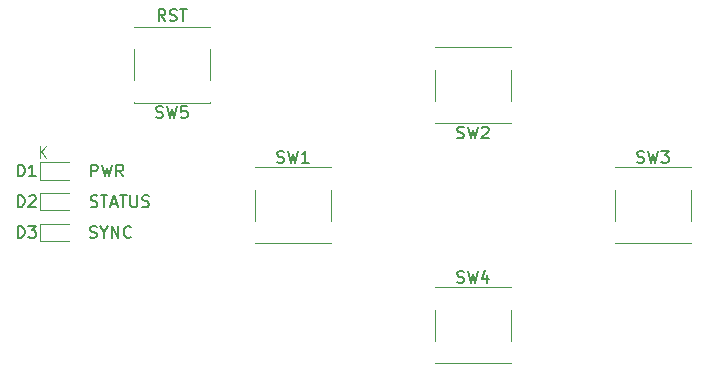
<source format=gbr>
%TF.GenerationSoftware,KiCad,Pcbnew,8.0.4*%
%TF.CreationDate,2024-08-11T19:45:59+02:00*%
%TF.ProjectId,esp32vga-keypad,65737033-3276-4676-912d-6b6579706164,rev?*%
%TF.SameCoordinates,Original*%
%TF.FileFunction,Legend,Top*%
%TF.FilePolarity,Positive*%
%FSLAX46Y46*%
G04 Gerber Fmt 4.6, Leading zero omitted, Abs format (unit mm)*
G04 Created by KiCad (PCBNEW 8.0.4) date 2024-08-11 19:45:59*
%MOMM*%
%LPD*%
G01*
G04 APERTURE LIST*
%ADD10C,0.100000*%
%ADD11C,0.150000*%
%ADD12C,0.120000*%
G04 APERTURE END LIST*
D10*
X132803884Y-104972419D02*
X132803884Y-103972419D01*
X133375312Y-104972419D02*
X132946741Y-104400990D01*
X133375312Y-103972419D02*
X132803884Y-104543847D01*
D11*
X142666667Y-101557200D02*
X142809524Y-101604819D01*
X142809524Y-101604819D02*
X143047619Y-101604819D01*
X143047619Y-101604819D02*
X143142857Y-101557200D01*
X143142857Y-101557200D02*
X143190476Y-101509580D01*
X143190476Y-101509580D02*
X143238095Y-101414342D01*
X143238095Y-101414342D02*
X143238095Y-101319104D01*
X143238095Y-101319104D02*
X143190476Y-101223866D01*
X143190476Y-101223866D02*
X143142857Y-101176247D01*
X143142857Y-101176247D02*
X143047619Y-101128628D01*
X143047619Y-101128628D02*
X142857143Y-101081009D01*
X142857143Y-101081009D02*
X142761905Y-101033390D01*
X142761905Y-101033390D02*
X142714286Y-100985771D01*
X142714286Y-100985771D02*
X142666667Y-100890533D01*
X142666667Y-100890533D02*
X142666667Y-100795295D01*
X142666667Y-100795295D02*
X142714286Y-100700057D01*
X142714286Y-100700057D02*
X142761905Y-100652438D01*
X142761905Y-100652438D02*
X142857143Y-100604819D01*
X142857143Y-100604819D02*
X143095238Y-100604819D01*
X143095238Y-100604819D02*
X143238095Y-100652438D01*
X143571429Y-100604819D02*
X143809524Y-101604819D01*
X143809524Y-101604819D02*
X144000000Y-100890533D01*
X144000000Y-100890533D02*
X144190476Y-101604819D01*
X144190476Y-101604819D02*
X144428572Y-100604819D01*
X145285714Y-100604819D02*
X144809524Y-100604819D01*
X144809524Y-100604819D02*
X144761905Y-101081009D01*
X144761905Y-101081009D02*
X144809524Y-101033390D01*
X144809524Y-101033390D02*
X144904762Y-100985771D01*
X144904762Y-100985771D02*
X145142857Y-100985771D01*
X145142857Y-100985771D02*
X145238095Y-101033390D01*
X145238095Y-101033390D02*
X145285714Y-101081009D01*
X145285714Y-101081009D02*
X145333333Y-101176247D01*
X145333333Y-101176247D02*
X145333333Y-101414342D01*
X145333333Y-101414342D02*
X145285714Y-101509580D01*
X145285714Y-101509580D02*
X145238095Y-101557200D01*
X145238095Y-101557200D02*
X145142857Y-101604819D01*
X145142857Y-101604819D02*
X144904762Y-101604819D01*
X144904762Y-101604819D02*
X144809524Y-101557200D01*
X144809524Y-101557200D02*
X144761905Y-101509580D01*
X143452380Y-93404819D02*
X143119047Y-92928628D01*
X142880952Y-93404819D02*
X142880952Y-92404819D01*
X142880952Y-92404819D02*
X143261904Y-92404819D01*
X143261904Y-92404819D02*
X143357142Y-92452438D01*
X143357142Y-92452438D02*
X143404761Y-92500057D01*
X143404761Y-92500057D02*
X143452380Y-92595295D01*
X143452380Y-92595295D02*
X143452380Y-92738152D01*
X143452380Y-92738152D02*
X143404761Y-92833390D01*
X143404761Y-92833390D02*
X143357142Y-92881009D01*
X143357142Y-92881009D02*
X143261904Y-92928628D01*
X143261904Y-92928628D02*
X142880952Y-92928628D01*
X143833333Y-93357200D02*
X143976190Y-93404819D01*
X143976190Y-93404819D02*
X144214285Y-93404819D01*
X144214285Y-93404819D02*
X144309523Y-93357200D01*
X144309523Y-93357200D02*
X144357142Y-93309580D01*
X144357142Y-93309580D02*
X144404761Y-93214342D01*
X144404761Y-93214342D02*
X144404761Y-93119104D01*
X144404761Y-93119104D02*
X144357142Y-93023866D01*
X144357142Y-93023866D02*
X144309523Y-92976247D01*
X144309523Y-92976247D02*
X144214285Y-92928628D01*
X144214285Y-92928628D02*
X144023809Y-92881009D01*
X144023809Y-92881009D02*
X143928571Y-92833390D01*
X143928571Y-92833390D02*
X143880952Y-92785771D01*
X143880952Y-92785771D02*
X143833333Y-92690533D01*
X143833333Y-92690533D02*
X143833333Y-92595295D01*
X143833333Y-92595295D02*
X143880952Y-92500057D01*
X143880952Y-92500057D02*
X143928571Y-92452438D01*
X143928571Y-92452438D02*
X144023809Y-92404819D01*
X144023809Y-92404819D02*
X144261904Y-92404819D01*
X144261904Y-92404819D02*
X144404761Y-92452438D01*
X144690476Y-92404819D02*
X145261904Y-92404819D01*
X144976190Y-93404819D02*
X144976190Y-92404819D01*
X130961905Y-111754819D02*
X130961905Y-110754819D01*
X130961905Y-110754819D02*
X131200000Y-110754819D01*
X131200000Y-110754819D02*
X131342857Y-110802438D01*
X131342857Y-110802438D02*
X131438095Y-110897676D01*
X131438095Y-110897676D02*
X131485714Y-110992914D01*
X131485714Y-110992914D02*
X131533333Y-111183390D01*
X131533333Y-111183390D02*
X131533333Y-111326247D01*
X131533333Y-111326247D02*
X131485714Y-111516723D01*
X131485714Y-111516723D02*
X131438095Y-111611961D01*
X131438095Y-111611961D02*
X131342857Y-111707200D01*
X131342857Y-111707200D02*
X131200000Y-111754819D01*
X131200000Y-111754819D02*
X130961905Y-111754819D01*
X131866667Y-110754819D02*
X132485714Y-110754819D01*
X132485714Y-110754819D02*
X132152381Y-111135771D01*
X132152381Y-111135771D02*
X132295238Y-111135771D01*
X132295238Y-111135771D02*
X132390476Y-111183390D01*
X132390476Y-111183390D02*
X132438095Y-111231009D01*
X132438095Y-111231009D02*
X132485714Y-111326247D01*
X132485714Y-111326247D02*
X132485714Y-111564342D01*
X132485714Y-111564342D02*
X132438095Y-111659580D01*
X132438095Y-111659580D02*
X132390476Y-111707200D01*
X132390476Y-111707200D02*
X132295238Y-111754819D01*
X132295238Y-111754819D02*
X132009524Y-111754819D01*
X132009524Y-111754819D02*
X131914286Y-111707200D01*
X131914286Y-111707200D02*
X131866667Y-111659580D01*
X137061905Y-111707200D02*
X137204762Y-111754819D01*
X137204762Y-111754819D02*
X137442857Y-111754819D01*
X137442857Y-111754819D02*
X137538095Y-111707200D01*
X137538095Y-111707200D02*
X137585714Y-111659580D01*
X137585714Y-111659580D02*
X137633333Y-111564342D01*
X137633333Y-111564342D02*
X137633333Y-111469104D01*
X137633333Y-111469104D02*
X137585714Y-111373866D01*
X137585714Y-111373866D02*
X137538095Y-111326247D01*
X137538095Y-111326247D02*
X137442857Y-111278628D01*
X137442857Y-111278628D02*
X137252381Y-111231009D01*
X137252381Y-111231009D02*
X137157143Y-111183390D01*
X137157143Y-111183390D02*
X137109524Y-111135771D01*
X137109524Y-111135771D02*
X137061905Y-111040533D01*
X137061905Y-111040533D02*
X137061905Y-110945295D01*
X137061905Y-110945295D02*
X137109524Y-110850057D01*
X137109524Y-110850057D02*
X137157143Y-110802438D01*
X137157143Y-110802438D02*
X137252381Y-110754819D01*
X137252381Y-110754819D02*
X137490476Y-110754819D01*
X137490476Y-110754819D02*
X137633333Y-110802438D01*
X138252381Y-111278628D02*
X138252381Y-111754819D01*
X137919048Y-110754819D02*
X138252381Y-111278628D01*
X138252381Y-111278628D02*
X138585714Y-110754819D01*
X138919048Y-111754819D02*
X138919048Y-110754819D01*
X138919048Y-110754819D02*
X139490476Y-111754819D01*
X139490476Y-111754819D02*
X139490476Y-110754819D01*
X140538095Y-111659580D02*
X140490476Y-111707200D01*
X140490476Y-111707200D02*
X140347619Y-111754819D01*
X140347619Y-111754819D02*
X140252381Y-111754819D01*
X140252381Y-111754819D02*
X140109524Y-111707200D01*
X140109524Y-111707200D02*
X140014286Y-111611961D01*
X140014286Y-111611961D02*
X139966667Y-111516723D01*
X139966667Y-111516723D02*
X139919048Y-111326247D01*
X139919048Y-111326247D02*
X139919048Y-111183390D01*
X139919048Y-111183390D02*
X139966667Y-110992914D01*
X139966667Y-110992914D02*
X140014286Y-110897676D01*
X140014286Y-110897676D02*
X140109524Y-110802438D01*
X140109524Y-110802438D02*
X140252381Y-110754819D01*
X140252381Y-110754819D02*
X140347619Y-110754819D01*
X140347619Y-110754819D02*
X140490476Y-110802438D01*
X140490476Y-110802438D02*
X140538095Y-110850057D01*
X130961905Y-109154819D02*
X130961905Y-108154819D01*
X130961905Y-108154819D02*
X131200000Y-108154819D01*
X131200000Y-108154819D02*
X131342857Y-108202438D01*
X131342857Y-108202438D02*
X131438095Y-108297676D01*
X131438095Y-108297676D02*
X131485714Y-108392914D01*
X131485714Y-108392914D02*
X131533333Y-108583390D01*
X131533333Y-108583390D02*
X131533333Y-108726247D01*
X131533333Y-108726247D02*
X131485714Y-108916723D01*
X131485714Y-108916723D02*
X131438095Y-109011961D01*
X131438095Y-109011961D02*
X131342857Y-109107200D01*
X131342857Y-109107200D02*
X131200000Y-109154819D01*
X131200000Y-109154819D02*
X130961905Y-109154819D01*
X131914286Y-108250057D02*
X131961905Y-108202438D01*
X131961905Y-108202438D02*
X132057143Y-108154819D01*
X132057143Y-108154819D02*
X132295238Y-108154819D01*
X132295238Y-108154819D02*
X132390476Y-108202438D01*
X132390476Y-108202438D02*
X132438095Y-108250057D01*
X132438095Y-108250057D02*
X132485714Y-108345295D01*
X132485714Y-108345295D02*
X132485714Y-108440533D01*
X132485714Y-108440533D02*
X132438095Y-108583390D01*
X132438095Y-108583390D02*
X131866667Y-109154819D01*
X131866667Y-109154819D02*
X132485714Y-109154819D01*
X137123809Y-109107200D02*
X137266666Y-109154819D01*
X137266666Y-109154819D02*
X137504761Y-109154819D01*
X137504761Y-109154819D02*
X137599999Y-109107200D01*
X137599999Y-109107200D02*
X137647618Y-109059580D01*
X137647618Y-109059580D02*
X137695237Y-108964342D01*
X137695237Y-108964342D02*
X137695237Y-108869104D01*
X137695237Y-108869104D02*
X137647618Y-108773866D01*
X137647618Y-108773866D02*
X137599999Y-108726247D01*
X137599999Y-108726247D02*
X137504761Y-108678628D01*
X137504761Y-108678628D02*
X137314285Y-108631009D01*
X137314285Y-108631009D02*
X137219047Y-108583390D01*
X137219047Y-108583390D02*
X137171428Y-108535771D01*
X137171428Y-108535771D02*
X137123809Y-108440533D01*
X137123809Y-108440533D02*
X137123809Y-108345295D01*
X137123809Y-108345295D02*
X137171428Y-108250057D01*
X137171428Y-108250057D02*
X137219047Y-108202438D01*
X137219047Y-108202438D02*
X137314285Y-108154819D01*
X137314285Y-108154819D02*
X137552380Y-108154819D01*
X137552380Y-108154819D02*
X137695237Y-108202438D01*
X137980952Y-108154819D02*
X138552380Y-108154819D01*
X138266666Y-109154819D02*
X138266666Y-108154819D01*
X138838095Y-108869104D02*
X139314285Y-108869104D01*
X138742857Y-109154819D02*
X139076190Y-108154819D01*
X139076190Y-108154819D02*
X139409523Y-109154819D01*
X139600000Y-108154819D02*
X140171428Y-108154819D01*
X139885714Y-109154819D02*
X139885714Y-108154819D01*
X140504762Y-108154819D02*
X140504762Y-108964342D01*
X140504762Y-108964342D02*
X140552381Y-109059580D01*
X140552381Y-109059580D02*
X140600000Y-109107200D01*
X140600000Y-109107200D02*
X140695238Y-109154819D01*
X140695238Y-109154819D02*
X140885714Y-109154819D01*
X140885714Y-109154819D02*
X140980952Y-109107200D01*
X140980952Y-109107200D02*
X141028571Y-109059580D01*
X141028571Y-109059580D02*
X141076190Y-108964342D01*
X141076190Y-108964342D02*
X141076190Y-108154819D01*
X141504762Y-109107200D02*
X141647619Y-109154819D01*
X141647619Y-109154819D02*
X141885714Y-109154819D01*
X141885714Y-109154819D02*
X141980952Y-109107200D01*
X141980952Y-109107200D02*
X142028571Y-109059580D01*
X142028571Y-109059580D02*
X142076190Y-108964342D01*
X142076190Y-108964342D02*
X142076190Y-108869104D01*
X142076190Y-108869104D02*
X142028571Y-108773866D01*
X142028571Y-108773866D02*
X141980952Y-108726247D01*
X141980952Y-108726247D02*
X141885714Y-108678628D01*
X141885714Y-108678628D02*
X141695238Y-108631009D01*
X141695238Y-108631009D02*
X141600000Y-108583390D01*
X141600000Y-108583390D02*
X141552381Y-108535771D01*
X141552381Y-108535771D02*
X141504762Y-108440533D01*
X141504762Y-108440533D02*
X141504762Y-108345295D01*
X141504762Y-108345295D02*
X141552381Y-108250057D01*
X141552381Y-108250057D02*
X141600000Y-108202438D01*
X141600000Y-108202438D02*
X141695238Y-108154819D01*
X141695238Y-108154819D02*
X141933333Y-108154819D01*
X141933333Y-108154819D02*
X142076190Y-108202438D01*
X130961905Y-106554819D02*
X130961905Y-105554819D01*
X130961905Y-105554819D02*
X131200000Y-105554819D01*
X131200000Y-105554819D02*
X131342857Y-105602438D01*
X131342857Y-105602438D02*
X131438095Y-105697676D01*
X131438095Y-105697676D02*
X131485714Y-105792914D01*
X131485714Y-105792914D02*
X131533333Y-105983390D01*
X131533333Y-105983390D02*
X131533333Y-106126247D01*
X131533333Y-106126247D02*
X131485714Y-106316723D01*
X131485714Y-106316723D02*
X131438095Y-106411961D01*
X131438095Y-106411961D02*
X131342857Y-106507200D01*
X131342857Y-106507200D02*
X131200000Y-106554819D01*
X131200000Y-106554819D02*
X130961905Y-106554819D01*
X132485714Y-106554819D02*
X131914286Y-106554819D01*
X132200000Y-106554819D02*
X132200000Y-105554819D01*
X132200000Y-105554819D02*
X132104762Y-105697676D01*
X132104762Y-105697676D02*
X132009524Y-105792914D01*
X132009524Y-105792914D02*
X131914286Y-105840533D01*
X137166667Y-106554819D02*
X137166667Y-105554819D01*
X137166667Y-105554819D02*
X137547619Y-105554819D01*
X137547619Y-105554819D02*
X137642857Y-105602438D01*
X137642857Y-105602438D02*
X137690476Y-105650057D01*
X137690476Y-105650057D02*
X137738095Y-105745295D01*
X137738095Y-105745295D02*
X137738095Y-105888152D01*
X137738095Y-105888152D02*
X137690476Y-105983390D01*
X137690476Y-105983390D02*
X137642857Y-106031009D01*
X137642857Y-106031009D02*
X137547619Y-106078628D01*
X137547619Y-106078628D02*
X137166667Y-106078628D01*
X138071429Y-105554819D02*
X138309524Y-106554819D01*
X138309524Y-106554819D02*
X138500000Y-105840533D01*
X138500000Y-105840533D02*
X138690476Y-106554819D01*
X138690476Y-106554819D02*
X138928572Y-105554819D01*
X139880952Y-106554819D02*
X139547619Y-106078628D01*
X139309524Y-106554819D02*
X139309524Y-105554819D01*
X139309524Y-105554819D02*
X139690476Y-105554819D01*
X139690476Y-105554819D02*
X139785714Y-105602438D01*
X139785714Y-105602438D02*
X139833333Y-105650057D01*
X139833333Y-105650057D02*
X139880952Y-105745295D01*
X139880952Y-105745295D02*
X139880952Y-105888152D01*
X139880952Y-105888152D02*
X139833333Y-105983390D01*
X139833333Y-105983390D02*
X139785714Y-106031009D01*
X139785714Y-106031009D02*
X139690476Y-106078628D01*
X139690476Y-106078628D02*
X139309524Y-106078628D01*
X168156667Y-103297200D02*
X168299524Y-103344819D01*
X168299524Y-103344819D02*
X168537619Y-103344819D01*
X168537619Y-103344819D02*
X168632857Y-103297200D01*
X168632857Y-103297200D02*
X168680476Y-103249580D01*
X168680476Y-103249580D02*
X168728095Y-103154342D01*
X168728095Y-103154342D02*
X168728095Y-103059104D01*
X168728095Y-103059104D02*
X168680476Y-102963866D01*
X168680476Y-102963866D02*
X168632857Y-102916247D01*
X168632857Y-102916247D02*
X168537619Y-102868628D01*
X168537619Y-102868628D02*
X168347143Y-102821009D01*
X168347143Y-102821009D02*
X168251905Y-102773390D01*
X168251905Y-102773390D02*
X168204286Y-102725771D01*
X168204286Y-102725771D02*
X168156667Y-102630533D01*
X168156667Y-102630533D02*
X168156667Y-102535295D01*
X168156667Y-102535295D02*
X168204286Y-102440057D01*
X168204286Y-102440057D02*
X168251905Y-102392438D01*
X168251905Y-102392438D02*
X168347143Y-102344819D01*
X168347143Y-102344819D02*
X168585238Y-102344819D01*
X168585238Y-102344819D02*
X168728095Y-102392438D01*
X169061429Y-102344819D02*
X169299524Y-103344819D01*
X169299524Y-103344819D02*
X169490000Y-102630533D01*
X169490000Y-102630533D02*
X169680476Y-103344819D01*
X169680476Y-103344819D02*
X169918572Y-102344819D01*
X170251905Y-102440057D02*
X170299524Y-102392438D01*
X170299524Y-102392438D02*
X170394762Y-102344819D01*
X170394762Y-102344819D02*
X170632857Y-102344819D01*
X170632857Y-102344819D02*
X170728095Y-102392438D01*
X170728095Y-102392438D02*
X170775714Y-102440057D01*
X170775714Y-102440057D02*
X170823333Y-102535295D01*
X170823333Y-102535295D02*
X170823333Y-102630533D01*
X170823333Y-102630533D02*
X170775714Y-102773390D01*
X170775714Y-102773390D02*
X170204286Y-103344819D01*
X170204286Y-103344819D02*
X170823333Y-103344819D01*
X168156667Y-115517200D02*
X168299524Y-115564819D01*
X168299524Y-115564819D02*
X168537619Y-115564819D01*
X168537619Y-115564819D02*
X168632857Y-115517200D01*
X168632857Y-115517200D02*
X168680476Y-115469580D01*
X168680476Y-115469580D02*
X168728095Y-115374342D01*
X168728095Y-115374342D02*
X168728095Y-115279104D01*
X168728095Y-115279104D02*
X168680476Y-115183866D01*
X168680476Y-115183866D02*
X168632857Y-115136247D01*
X168632857Y-115136247D02*
X168537619Y-115088628D01*
X168537619Y-115088628D02*
X168347143Y-115041009D01*
X168347143Y-115041009D02*
X168251905Y-114993390D01*
X168251905Y-114993390D02*
X168204286Y-114945771D01*
X168204286Y-114945771D02*
X168156667Y-114850533D01*
X168156667Y-114850533D02*
X168156667Y-114755295D01*
X168156667Y-114755295D02*
X168204286Y-114660057D01*
X168204286Y-114660057D02*
X168251905Y-114612438D01*
X168251905Y-114612438D02*
X168347143Y-114564819D01*
X168347143Y-114564819D02*
X168585238Y-114564819D01*
X168585238Y-114564819D02*
X168728095Y-114612438D01*
X169061429Y-114564819D02*
X169299524Y-115564819D01*
X169299524Y-115564819D02*
X169490000Y-114850533D01*
X169490000Y-114850533D02*
X169680476Y-115564819D01*
X169680476Y-115564819D02*
X169918572Y-114564819D01*
X170728095Y-114898152D02*
X170728095Y-115564819D01*
X170490000Y-114517200D02*
X170251905Y-115231485D01*
X170251905Y-115231485D02*
X170870952Y-115231485D01*
X183396667Y-105357200D02*
X183539524Y-105404819D01*
X183539524Y-105404819D02*
X183777619Y-105404819D01*
X183777619Y-105404819D02*
X183872857Y-105357200D01*
X183872857Y-105357200D02*
X183920476Y-105309580D01*
X183920476Y-105309580D02*
X183968095Y-105214342D01*
X183968095Y-105214342D02*
X183968095Y-105119104D01*
X183968095Y-105119104D02*
X183920476Y-105023866D01*
X183920476Y-105023866D02*
X183872857Y-104976247D01*
X183872857Y-104976247D02*
X183777619Y-104928628D01*
X183777619Y-104928628D02*
X183587143Y-104881009D01*
X183587143Y-104881009D02*
X183491905Y-104833390D01*
X183491905Y-104833390D02*
X183444286Y-104785771D01*
X183444286Y-104785771D02*
X183396667Y-104690533D01*
X183396667Y-104690533D02*
X183396667Y-104595295D01*
X183396667Y-104595295D02*
X183444286Y-104500057D01*
X183444286Y-104500057D02*
X183491905Y-104452438D01*
X183491905Y-104452438D02*
X183587143Y-104404819D01*
X183587143Y-104404819D02*
X183825238Y-104404819D01*
X183825238Y-104404819D02*
X183968095Y-104452438D01*
X184301429Y-104404819D02*
X184539524Y-105404819D01*
X184539524Y-105404819D02*
X184730000Y-104690533D01*
X184730000Y-104690533D02*
X184920476Y-105404819D01*
X184920476Y-105404819D02*
X185158572Y-104404819D01*
X185444286Y-104404819D02*
X186063333Y-104404819D01*
X186063333Y-104404819D02*
X185730000Y-104785771D01*
X185730000Y-104785771D02*
X185872857Y-104785771D01*
X185872857Y-104785771D02*
X185968095Y-104833390D01*
X185968095Y-104833390D02*
X186015714Y-104881009D01*
X186015714Y-104881009D02*
X186063333Y-104976247D01*
X186063333Y-104976247D02*
X186063333Y-105214342D01*
X186063333Y-105214342D02*
X186015714Y-105309580D01*
X186015714Y-105309580D02*
X185968095Y-105357200D01*
X185968095Y-105357200D02*
X185872857Y-105404819D01*
X185872857Y-105404819D02*
X185587143Y-105404819D01*
X185587143Y-105404819D02*
X185491905Y-105357200D01*
X185491905Y-105357200D02*
X185444286Y-105309580D01*
X152916667Y-105357200D02*
X153059524Y-105404819D01*
X153059524Y-105404819D02*
X153297619Y-105404819D01*
X153297619Y-105404819D02*
X153392857Y-105357200D01*
X153392857Y-105357200D02*
X153440476Y-105309580D01*
X153440476Y-105309580D02*
X153488095Y-105214342D01*
X153488095Y-105214342D02*
X153488095Y-105119104D01*
X153488095Y-105119104D02*
X153440476Y-105023866D01*
X153440476Y-105023866D02*
X153392857Y-104976247D01*
X153392857Y-104976247D02*
X153297619Y-104928628D01*
X153297619Y-104928628D02*
X153107143Y-104881009D01*
X153107143Y-104881009D02*
X153011905Y-104833390D01*
X153011905Y-104833390D02*
X152964286Y-104785771D01*
X152964286Y-104785771D02*
X152916667Y-104690533D01*
X152916667Y-104690533D02*
X152916667Y-104595295D01*
X152916667Y-104595295D02*
X152964286Y-104500057D01*
X152964286Y-104500057D02*
X153011905Y-104452438D01*
X153011905Y-104452438D02*
X153107143Y-104404819D01*
X153107143Y-104404819D02*
X153345238Y-104404819D01*
X153345238Y-104404819D02*
X153488095Y-104452438D01*
X153821429Y-104404819D02*
X154059524Y-105404819D01*
X154059524Y-105404819D02*
X154250000Y-104690533D01*
X154250000Y-104690533D02*
X154440476Y-105404819D01*
X154440476Y-105404819D02*
X154678572Y-104404819D01*
X155583333Y-105404819D02*
X155011905Y-105404819D01*
X155297619Y-105404819D02*
X155297619Y-104404819D01*
X155297619Y-104404819D02*
X155202381Y-104547676D01*
X155202381Y-104547676D02*
X155107143Y-104642914D01*
X155107143Y-104642914D02*
X155011905Y-104690533D01*
D12*
%TO.C,SW5*%
X147230000Y-100330000D02*
X140770000Y-100330000D01*
X147230000Y-100300000D02*
X147230000Y-100330000D01*
X147230000Y-98400000D02*
X147230000Y-95800000D01*
X147230000Y-93870000D02*
X147230000Y-93900000D01*
X147230000Y-93870000D02*
X140770000Y-93870000D01*
X140770000Y-100330000D02*
X140770000Y-100300000D01*
X140770000Y-98400000D02*
X140770000Y-95800000D01*
X140770000Y-93870000D02*
X140770000Y-93900000D01*
%TO.C,D3*%
X132815000Y-110565000D02*
X132815000Y-112035000D01*
X132815000Y-112035000D02*
X135275000Y-112035000D01*
X135275000Y-110565000D02*
X132815000Y-110565000D01*
%TO.C,D2*%
X132815000Y-107955000D02*
X132815000Y-109425000D01*
X132815000Y-109425000D02*
X135275000Y-109425000D01*
X135275000Y-107955000D02*
X132815000Y-107955000D01*
%TO.C,D1*%
X132815000Y-105365000D02*
X132815000Y-106835000D01*
X132815000Y-106835000D02*
X135275000Y-106835000D01*
X135275000Y-105365000D02*
X132815000Y-105365000D01*
%TO.C,SW2*%
X172720000Y-102070000D02*
X166260000Y-102070000D01*
X172720000Y-102040000D02*
X172720000Y-102070000D01*
X172720000Y-100140000D02*
X172720000Y-97540000D01*
X172720000Y-95610000D02*
X172720000Y-95640000D01*
X172720000Y-95610000D02*
X166260000Y-95610000D01*
X166260000Y-102070000D02*
X166260000Y-102040000D01*
X166260000Y-100140000D02*
X166260000Y-97540000D01*
X166260000Y-95610000D02*
X166260000Y-95640000D01*
%TO.C,SW4*%
X166260000Y-115930000D02*
X172720000Y-115930000D01*
X166260000Y-115960000D02*
X166260000Y-115930000D01*
X166260000Y-117860000D02*
X166260000Y-120460000D01*
X166260000Y-122390000D02*
X166260000Y-122360000D01*
X166260000Y-122390000D02*
X172720000Y-122390000D01*
X172720000Y-115930000D02*
X172720000Y-115960000D01*
X172720000Y-117860000D02*
X172720000Y-120460000D01*
X172720000Y-122390000D02*
X172720000Y-122360000D01*
%TO.C,SW3*%
X181500000Y-105770000D02*
X187960000Y-105770000D01*
X181500000Y-105800000D02*
X181500000Y-105770000D01*
X181500000Y-107700000D02*
X181500000Y-110300000D01*
X181500000Y-112230000D02*
X181500000Y-112200000D01*
X181500000Y-112230000D02*
X187960000Y-112230000D01*
X187960000Y-105770000D02*
X187960000Y-105800000D01*
X187960000Y-107700000D02*
X187960000Y-110300000D01*
X187960000Y-112230000D02*
X187960000Y-112200000D01*
%TO.C,SW1*%
X151020000Y-105770000D02*
X157480000Y-105770000D01*
X151020000Y-105800000D02*
X151020000Y-105770000D01*
X151020000Y-107700000D02*
X151020000Y-110300000D01*
X151020000Y-112230000D02*
X151020000Y-112200000D01*
X151020000Y-112230000D02*
X157480000Y-112230000D01*
X157480000Y-105770000D02*
X157480000Y-105800000D01*
X157480000Y-107700000D02*
X157480000Y-110300000D01*
X157480000Y-112230000D02*
X157480000Y-112200000D01*
%TD*%
M02*

</source>
